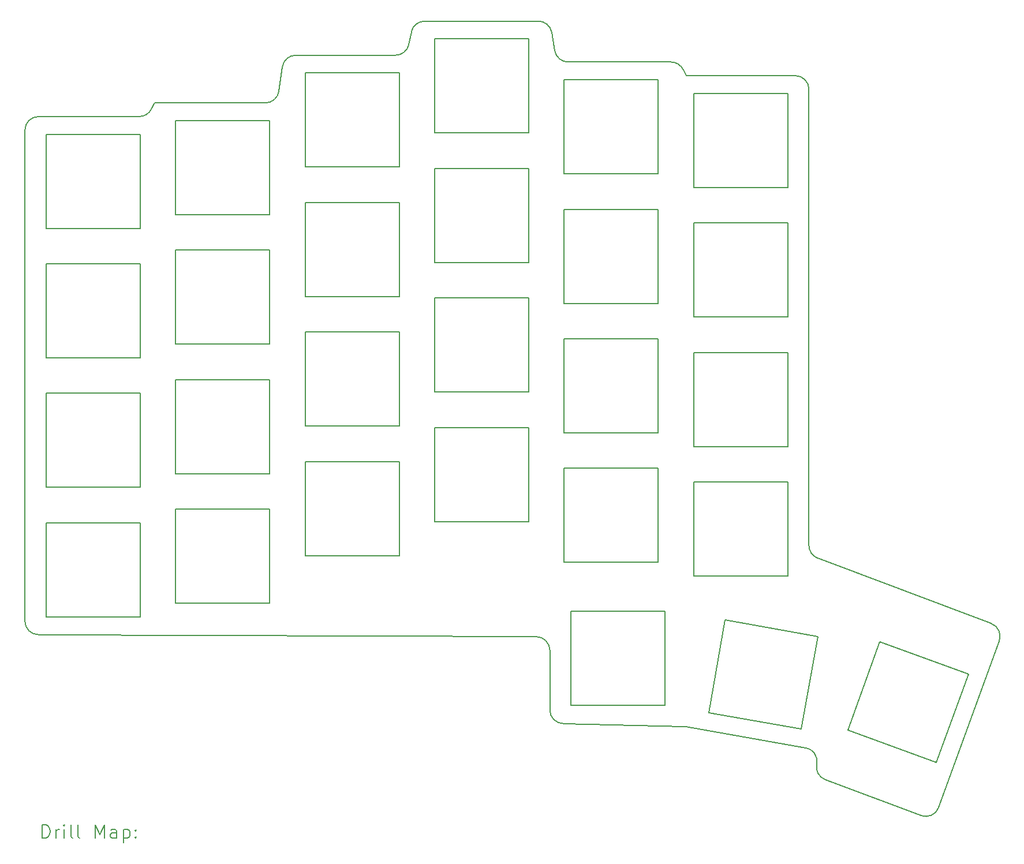
<source format=gbr>
%TF.GenerationSoftware,KiCad,Pcbnew,8.0.5-8.0.5-0~ubuntu20.04.1*%
%TF.CreationDate,2024-10-07T16:44:35+02:00*%
%TF.ProjectId,switchplate,73776974-6368-4706-9c61-74652e6b6963,v1.0.0*%
%TF.SameCoordinates,Original*%
%TF.FileFunction,Drillmap*%
%TF.FilePolarity,Positive*%
%FSLAX45Y45*%
G04 Gerber Fmt 4.5, Leading zero omitted, Abs format (unit mm)*
G04 Created by KiCad (PCBNEW 8.0.5-8.0.5-0~ubuntu20.04.1) date 2024-10-07 16:44:35*
%MOMM*%
%LPD*%
G01*
G04 APERTURE LIST*
%ADD10C,0.150000*%
%ADD11C,0.200000*%
G04 APERTURE END LIST*
D10*
X22402128Y-18485637D02*
X23291410Y-16042355D01*
X22143819Y-18604444D02*
X20738725Y-18076286D01*
X20612134Y-17854345D02*
X20614558Y-17840598D01*
X20452326Y-17608907D02*
X18694584Y-17298970D01*
X18664534Y-17295986D02*
X16895320Y-17254572D01*
X16700000Y-17054627D02*
X16700000Y-16180196D01*
X16500805Y-15980198D02*
X9199195Y-15950802D01*
X9000000Y-15750804D02*
X9000000Y-8550000D01*
X9200000Y-8350000D02*
X10676393Y-8350000D01*
X10855279Y-8239443D02*
X10900000Y-8150000D01*
X10900000Y-8150000D02*
X12526541Y-8150000D01*
X12724531Y-7978284D02*
X12775469Y-7621716D01*
X12973459Y-7450000D02*
X14436039Y-7450000D01*
X14632155Y-7289223D02*
X14667845Y-7110777D01*
X14863961Y-6950000D02*
X16530575Y-6950000D01*
X16727853Y-7117120D02*
X16772147Y-7382880D01*
X16969425Y-7550000D02*
X18476393Y-7550000D01*
X18655279Y-7660557D02*
X18700000Y-7750000D01*
X18700000Y-7750000D02*
X20300000Y-7750000D01*
X20500000Y-7950000D02*
X20500000Y-14641596D01*
X20629527Y-14828769D02*
X23173944Y-15786779D01*
X22402128Y-18485637D02*
G75*
G02*
X22143819Y-18604444I-187939J68404D01*
G01*
X20738725Y-18076286D02*
G75*
G02*
X20612134Y-17854345I70371J187211D01*
G01*
X20452326Y-17608907D02*
G75*
G02*
X20614558Y-17840598I-34730J-196962D01*
G01*
X18664534Y-17295986D02*
G75*
G02*
X18694584Y-17298970I-4680J-199945D01*
G01*
X16895320Y-17254572D02*
G75*
G02*
X16700000Y-17054627I4680J199945D01*
G01*
X16500805Y-15980198D02*
G75*
G02*
X16700000Y-16180196I-805J-199998D01*
G01*
X9199195Y-15950802D02*
G75*
G02*
X9000000Y-15750804I805J199998D01*
G01*
X9000000Y-8550000D02*
G75*
G02*
X9200000Y-8350000I200000J0D01*
G01*
X10855279Y-8239443D02*
G75*
G02*
X10676393Y-8350000I-178885J89443D01*
G01*
X12724531Y-7978284D02*
G75*
G02*
X12526541Y-8150000I-197990J28284D01*
G01*
X12775469Y-7621716D02*
G75*
G02*
X12973459Y-7450000I197990J-28284D01*
G01*
X14632155Y-7289223D02*
G75*
G02*
X14436039Y-7450000I-196116J39223D01*
G01*
X14667845Y-7110777D02*
G75*
G02*
X14863961Y-6950000I196116J-39223D01*
G01*
X16530575Y-6950000D02*
G75*
G02*
X16727853Y-7117120I0J-200000D01*
G01*
X16969425Y-7550000D02*
G75*
G02*
X16772147Y-7382880I0J200000D01*
G01*
X18476393Y-7550000D02*
G75*
G02*
X18655279Y-7660557I0J-200000D01*
G01*
X20300000Y-7750000D02*
G75*
G02*
X20500000Y-7950000I0J-200000D01*
G01*
X20629527Y-14828769D02*
G75*
G02*
X20500000Y-14641596I70473J187173D01*
G01*
X23173944Y-15786779D02*
G75*
G02*
X23291410Y-16042355I-70473J-187173D01*
G01*
X9310000Y-15690000D02*
X10690000Y-15690000D01*
X10690000Y-15690000D02*
X10690000Y-14310000D01*
X10690000Y-14310000D02*
X9310000Y-14310000D01*
X9310000Y-14310000D02*
X9310000Y-15690000D01*
X9310000Y-13790000D02*
X10690000Y-13790000D01*
X10690000Y-13790000D02*
X10690000Y-12410000D01*
X10690000Y-12410000D02*
X9310000Y-12410000D01*
X9310000Y-12410000D02*
X9310000Y-13790000D01*
X9310000Y-11890000D02*
X10690000Y-11890000D01*
X10690000Y-11890000D02*
X10690000Y-10510000D01*
X10690000Y-10510000D02*
X9310000Y-10510000D01*
X9310000Y-10510000D02*
X9310000Y-11890000D01*
X9310000Y-9990000D02*
X10690000Y-9990000D01*
X10690000Y-9990000D02*
X10690000Y-8610000D01*
X10690000Y-8610000D02*
X9310000Y-8610000D01*
X9310000Y-8610000D02*
X9310000Y-9990000D01*
X11210000Y-15490000D02*
X12590000Y-15490000D01*
X12590000Y-15490000D02*
X12590000Y-14110000D01*
X12590000Y-14110000D02*
X11210000Y-14110000D01*
X11210000Y-14110000D02*
X11210000Y-15490000D01*
X11210000Y-13590000D02*
X12590000Y-13590000D01*
X12590000Y-13590000D02*
X12590000Y-12210000D01*
X12590000Y-12210000D02*
X11210000Y-12210000D01*
X11210000Y-12210000D02*
X11210000Y-13590000D01*
X11210000Y-11690000D02*
X12590000Y-11690000D01*
X12590000Y-11690000D02*
X12590000Y-10310000D01*
X12590000Y-10310000D02*
X11210000Y-10310000D01*
X11210000Y-10310000D02*
X11210000Y-11690000D01*
X11210000Y-9790000D02*
X12590000Y-9790000D01*
X12590000Y-9790000D02*
X12590000Y-8410000D01*
X12590000Y-8410000D02*
X11210000Y-8410000D01*
X11210000Y-8410000D02*
X11210000Y-9790000D01*
X13110000Y-14790000D02*
X14490000Y-14790000D01*
X14490000Y-14790000D02*
X14490000Y-13410000D01*
X14490000Y-13410000D02*
X13110000Y-13410000D01*
X13110000Y-13410000D02*
X13110000Y-14790000D01*
X13110000Y-12890000D02*
X14490000Y-12890000D01*
X14490000Y-12890000D02*
X14490000Y-11510000D01*
X14490000Y-11510000D02*
X13110000Y-11510000D01*
X13110000Y-11510000D02*
X13110000Y-12890000D01*
X13110000Y-10990000D02*
X14490000Y-10990000D01*
X14490000Y-10990000D02*
X14490000Y-9610000D01*
X14490000Y-9610000D02*
X13110000Y-9610000D01*
X13110000Y-9610000D02*
X13110000Y-10990000D01*
X13110000Y-9090000D02*
X14490000Y-9090000D01*
X14490000Y-9090000D02*
X14490000Y-7710000D01*
X14490000Y-7710000D02*
X13110000Y-7710000D01*
X13110000Y-7710000D02*
X13110000Y-9090000D01*
X15010000Y-14290000D02*
X16390000Y-14290000D01*
X16390000Y-14290000D02*
X16390000Y-12910000D01*
X16390000Y-12910000D02*
X15010000Y-12910000D01*
X15010000Y-12910000D02*
X15010000Y-14290000D01*
X15010000Y-12390000D02*
X16390000Y-12390000D01*
X16390000Y-12390000D02*
X16390000Y-11010000D01*
X16390000Y-11010000D02*
X15010000Y-11010000D01*
X15010000Y-11010000D02*
X15010000Y-12390000D01*
X15010000Y-10490000D02*
X16390000Y-10490000D01*
X16390000Y-10490000D02*
X16390000Y-9110000D01*
X16390000Y-9110000D02*
X15010000Y-9110000D01*
X15010000Y-9110000D02*
X15010000Y-10490000D01*
X15010000Y-8590000D02*
X16390000Y-8590000D01*
X16390000Y-8590000D02*
X16390000Y-7210000D01*
X16390000Y-7210000D02*
X15010000Y-7210000D01*
X15010000Y-7210000D02*
X15010000Y-8590000D01*
X16910000Y-14890000D02*
X18290000Y-14890000D01*
X18290000Y-14890000D02*
X18290000Y-13510000D01*
X18290000Y-13510000D02*
X16910000Y-13510000D01*
X16910000Y-13510000D02*
X16910000Y-14890000D01*
X16910000Y-12990000D02*
X18290000Y-12990000D01*
X18290000Y-12990000D02*
X18290000Y-11610000D01*
X18290000Y-11610000D02*
X16910000Y-11610000D01*
X16910000Y-11610000D02*
X16910000Y-12990000D01*
X16910000Y-11090000D02*
X18290000Y-11090000D01*
X18290000Y-11090000D02*
X18290000Y-9710000D01*
X18290000Y-9710000D02*
X16910000Y-9710000D01*
X16910000Y-9710000D02*
X16910000Y-11090000D01*
X16910000Y-9190000D02*
X18290000Y-9190000D01*
X18290000Y-9190000D02*
X18290000Y-7810000D01*
X18290000Y-7810000D02*
X16910000Y-7810000D01*
X16910000Y-7810000D02*
X16910000Y-9190000D01*
X18810000Y-15090000D02*
X20190000Y-15090000D01*
X20190000Y-15090000D02*
X20190000Y-13710000D01*
X20190000Y-13710000D02*
X18810000Y-13710000D01*
X18810000Y-13710000D02*
X18810000Y-15090000D01*
X18810000Y-13190000D02*
X20190000Y-13190000D01*
X20190000Y-13190000D02*
X20190000Y-11810000D01*
X20190000Y-11810000D02*
X18810000Y-11810000D01*
X18810000Y-11810000D02*
X18810000Y-13190000D01*
X18810000Y-11290000D02*
X20190000Y-11290000D01*
X20190000Y-11290000D02*
X20190000Y-9910000D01*
X20190000Y-9910000D02*
X18810000Y-9910000D01*
X18810000Y-9910000D02*
X18810000Y-11290000D01*
X18810000Y-9390000D02*
X20190000Y-9390000D01*
X20190000Y-9390000D02*
X20190000Y-8010000D01*
X20190000Y-8010000D02*
X18810000Y-8010000D01*
X18810000Y-8010000D02*
X18810000Y-9390000D01*
X17010000Y-16990000D02*
X18390000Y-16990000D01*
X18390000Y-16990000D02*
X18390000Y-15610000D01*
X18390000Y-15610000D02*
X17010000Y-15610000D01*
X17010000Y-15610000D02*
X17010000Y-16990000D01*
X19030111Y-17094121D02*
X20389146Y-17333756D01*
X20389146Y-17333756D02*
X20628780Y-15974721D01*
X20628780Y-15974721D02*
X19269745Y-15735086D01*
X19269745Y-15735086D02*
X19030111Y-17094121D01*
X22365719Y-17825480D02*
X22837707Y-16528704D01*
X22837707Y-16528704D02*
X21540931Y-16056717D01*
X21540931Y-16056717D02*
X21068943Y-17353493D01*
X21068943Y-17353493D02*
X22365719Y-17825480D01*
D11*
X9253277Y-18936217D02*
X9253277Y-18736217D01*
X9253277Y-18736217D02*
X9300896Y-18736217D01*
X9300896Y-18736217D02*
X9329467Y-18745741D01*
X9329467Y-18745741D02*
X9348515Y-18764789D01*
X9348515Y-18764789D02*
X9358039Y-18783836D01*
X9358039Y-18783836D02*
X9367563Y-18821931D01*
X9367563Y-18821931D02*
X9367563Y-18850503D01*
X9367563Y-18850503D02*
X9358039Y-18888598D01*
X9358039Y-18888598D02*
X9348515Y-18907646D01*
X9348515Y-18907646D02*
X9329467Y-18926693D01*
X9329467Y-18926693D02*
X9300896Y-18936217D01*
X9300896Y-18936217D02*
X9253277Y-18936217D01*
X9453277Y-18936217D02*
X9453277Y-18802884D01*
X9453277Y-18840979D02*
X9462801Y-18821931D01*
X9462801Y-18821931D02*
X9472324Y-18812408D01*
X9472324Y-18812408D02*
X9491372Y-18802884D01*
X9491372Y-18802884D02*
X9510420Y-18802884D01*
X9577086Y-18936217D02*
X9577086Y-18802884D01*
X9577086Y-18736217D02*
X9567563Y-18745741D01*
X9567563Y-18745741D02*
X9577086Y-18755265D01*
X9577086Y-18755265D02*
X9586610Y-18745741D01*
X9586610Y-18745741D02*
X9577086Y-18736217D01*
X9577086Y-18736217D02*
X9577086Y-18755265D01*
X9700896Y-18936217D02*
X9681848Y-18926693D01*
X9681848Y-18926693D02*
X9672324Y-18907646D01*
X9672324Y-18907646D02*
X9672324Y-18736217D01*
X9805658Y-18936217D02*
X9786610Y-18926693D01*
X9786610Y-18926693D02*
X9777086Y-18907646D01*
X9777086Y-18907646D02*
X9777086Y-18736217D01*
X10034229Y-18936217D02*
X10034229Y-18736217D01*
X10034229Y-18736217D02*
X10100896Y-18879074D01*
X10100896Y-18879074D02*
X10167563Y-18736217D01*
X10167563Y-18736217D02*
X10167563Y-18936217D01*
X10348515Y-18936217D02*
X10348515Y-18831455D01*
X10348515Y-18831455D02*
X10338991Y-18812408D01*
X10338991Y-18812408D02*
X10319944Y-18802884D01*
X10319944Y-18802884D02*
X10281848Y-18802884D01*
X10281848Y-18802884D02*
X10262801Y-18812408D01*
X10348515Y-18926693D02*
X10329467Y-18936217D01*
X10329467Y-18936217D02*
X10281848Y-18936217D01*
X10281848Y-18936217D02*
X10262801Y-18926693D01*
X10262801Y-18926693D02*
X10253277Y-18907646D01*
X10253277Y-18907646D02*
X10253277Y-18888598D01*
X10253277Y-18888598D02*
X10262801Y-18869550D01*
X10262801Y-18869550D02*
X10281848Y-18860027D01*
X10281848Y-18860027D02*
X10329467Y-18860027D01*
X10329467Y-18860027D02*
X10348515Y-18850503D01*
X10443753Y-18802884D02*
X10443753Y-19002884D01*
X10443753Y-18812408D02*
X10462801Y-18802884D01*
X10462801Y-18802884D02*
X10500896Y-18802884D01*
X10500896Y-18802884D02*
X10519944Y-18812408D01*
X10519944Y-18812408D02*
X10529467Y-18821931D01*
X10529467Y-18821931D02*
X10538991Y-18840979D01*
X10538991Y-18840979D02*
X10538991Y-18898122D01*
X10538991Y-18898122D02*
X10529467Y-18917169D01*
X10529467Y-18917169D02*
X10519944Y-18926693D01*
X10519944Y-18926693D02*
X10500896Y-18936217D01*
X10500896Y-18936217D02*
X10462801Y-18936217D01*
X10462801Y-18936217D02*
X10443753Y-18926693D01*
X10624705Y-18917169D02*
X10634229Y-18926693D01*
X10634229Y-18926693D02*
X10624705Y-18936217D01*
X10624705Y-18936217D02*
X10615182Y-18926693D01*
X10615182Y-18926693D02*
X10624705Y-18917169D01*
X10624705Y-18917169D02*
X10624705Y-18936217D01*
X10624705Y-18812408D02*
X10634229Y-18821931D01*
X10634229Y-18821931D02*
X10624705Y-18831455D01*
X10624705Y-18831455D02*
X10615182Y-18821931D01*
X10615182Y-18821931D02*
X10624705Y-18812408D01*
X10624705Y-18812408D02*
X10624705Y-18831455D01*
M02*

</source>
